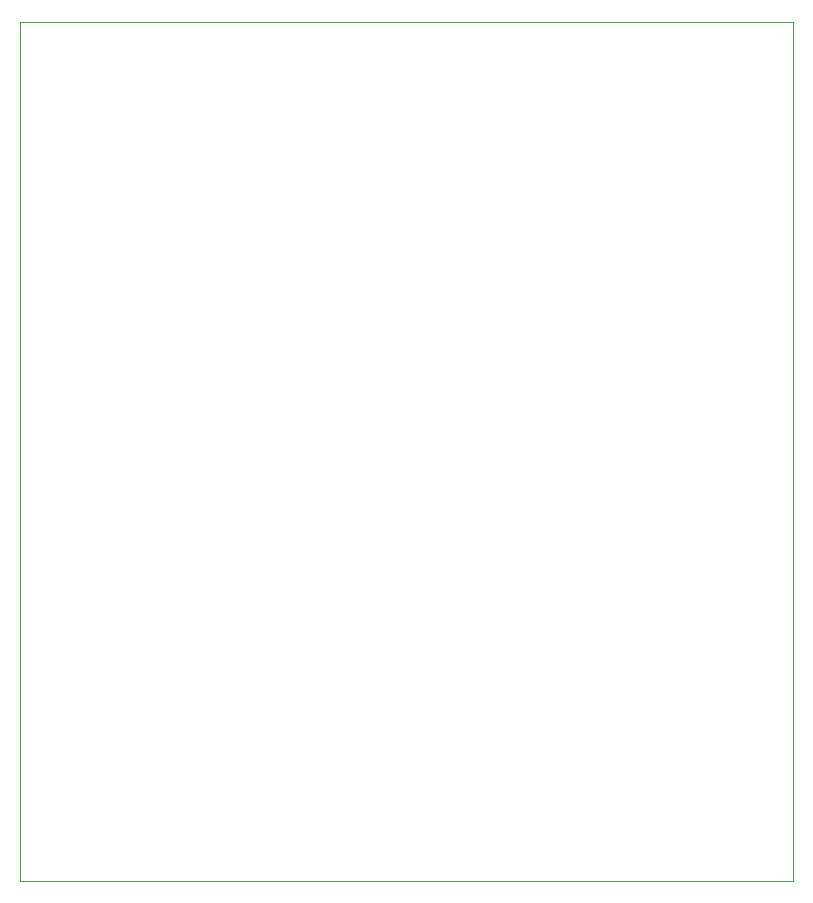
<source format=gm1>
G04 #@! TF.GenerationSoftware,KiCad,Pcbnew,8.0.1*
G04 #@! TF.CreationDate,2024-04-30T12:08:52+02:00*
G04 #@! TF.ProjectId,Taiko IoBoard,5461696b-6f20-4496-9f42-6f6172642e6b,1*
G04 #@! TF.SameCoordinates,Original*
G04 #@! TF.FileFunction,Profile,NP*
%FSLAX46Y46*%
G04 Gerber Fmt 4.6, Leading zero omitted, Abs format (unit mm)*
G04 Created by KiCad (PCBNEW 8.0.1) date 2024-04-30 12:08:52*
%MOMM*%
%LPD*%
G01*
G04 APERTURE LIST*
G04 #@! TA.AperFunction,Profile*
%ADD10C,0.050000*%
G04 #@! TD*
G04 APERTURE END LIST*
D10*
X68349999Y-25049509D02*
X133850000Y-25049509D01*
X133850000Y-97807983D01*
X68349999Y-97807983D01*
X68349999Y-25049509D01*
M02*

</source>
